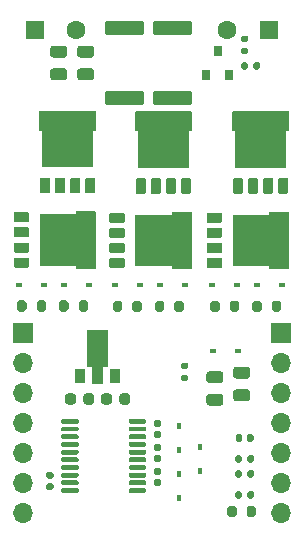
<source format=gbr>
%TF.GenerationSoftware,KiCad,Pcbnew,(5.1.9)-1*%
%TF.CreationDate,2021-11-17T21:41:55-08:00*%
%TF.ProjectId,MCL-102 Bridge,4d434c2d-3130-4322-9042-72696467652e,rev?*%
%TF.SameCoordinates,Original*%
%TF.FileFunction,Soldermask,Top*%
%TF.FilePolarity,Negative*%
%FSLAX46Y46*%
G04 Gerber Fmt 4.6, Leading zero omitted, Abs format (unit mm)*
G04 Created by KiCad (PCBNEW (5.1.9)-1) date 2021-11-17 21:41:55*
%MOMM*%
%LPD*%
G01*
G04 APERTURE LIST*
%ADD10R,1.600000X1.600000*%
%ADD11C,1.600000*%
%ADD12O,1.700000X1.700000*%
%ADD13R,1.700000X1.700000*%
%ADD14C,0.100000*%
%ADD15R,0.600000X0.450000*%
%ADD16R,0.800000X0.900000*%
%ADD17R,0.900000X1.300000*%
%ADD18R,0.450000X0.600000*%
G04 APERTURE END LIST*
%TO.C,C15*%
G36*
G01*
X144584400Y-115131000D02*
X145534400Y-115131000D01*
G75*
G02*
X145784400Y-115381000I0J-250000D01*
G01*
X145784400Y-115881000D01*
G75*
G02*
X145534400Y-116131000I-250000J0D01*
G01*
X144584400Y-116131000D01*
G75*
G02*
X144334400Y-115881000I0J250000D01*
G01*
X144334400Y-115381000D01*
G75*
G02*
X144584400Y-115131000I250000J0D01*
G01*
G37*
G36*
G01*
X144584400Y-113231000D02*
X145534400Y-113231000D01*
G75*
G02*
X145784400Y-113481000I0J-250000D01*
G01*
X145784400Y-113981000D01*
G75*
G02*
X145534400Y-114231000I-250000J0D01*
G01*
X144584400Y-114231000D01*
G75*
G02*
X144334400Y-113981000I0J250000D01*
G01*
X144334400Y-113481000D01*
G75*
G02*
X144584400Y-113231000I250000J0D01*
G01*
G37*
%TD*%
%TO.C,C5*%
G36*
G01*
X146845000Y-114750000D02*
X147795000Y-114750000D01*
G75*
G02*
X148045000Y-115000000I0J-250000D01*
G01*
X148045000Y-115500000D01*
G75*
G02*
X147795000Y-115750000I-250000J0D01*
G01*
X146845000Y-115750000D01*
G75*
G02*
X146595000Y-115500000I0J250000D01*
G01*
X146595000Y-115000000D01*
G75*
G02*
X146845000Y-114750000I250000J0D01*
G01*
G37*
G36*
G01*
X146845000Y-112850000D02*
X147795000Y-112850000D01*
G75*
G02*
X148045000Y-113100000I0J-250000D01*
G01*
X148045000Y-113600000D01*
G75*
G02*
X147795000Y-113850000I-250000J0D01*
G01*
X146845000Y-113850000D01*
G75*
G02*
X146595000Y-113600000I0J250000D01*
G01*
X146595000Y-113100000D01*
G75*
G02*
X146845000Y-112850000I250000J0D01*
G01*
G37*
%TD*%
%TO.C,C16*%
G36*
G01*
X132301000Y-86672000D02*
X131351000Y-86672000D01*
G75*
G02*
X131101000Y-86422000I0J250000D01*
G01*
X131101000Y-85922000D01*
G75*
G02*
X131351000Y-85672000I250000J0D01*
G01*
X132301000Y-85672000D01*
G75*
G02*
X132551000Y-85922000I0J-250000D01*
G01*
X132551000Y-86422000D01*
G75*
G02*
X132301000Y-86672000I-250000J0D01*
G01*
G37*
G36*
G01*
X132301000Y-88572000D02*
X131351000Y-88572000D01*
G75*
G02*
X131101000Y-88322000I0J250000D01*
G01*
X131101000Y-87822000D01*
G75*
G02*
X131351000Y-87572000I250000J0D01*
G01*
X132301000Y-87572000D01*
G75*
G02*
X132551000Y-87822000I0J-250000D01*
G01*
X132551000Y-88322000D01*
G75*
G02*
X132301000Y-88572000I-250000J0D01*
G01*
G37*
%TD*%
%TO.C,C14*%
G36*
G01*
X134587000Y-86672000D02*
X133637000Y-86672000D01*
G75*
G02*
X133387000Y-86422000I0J250000D01*
G01*
X133387000Y-85922000D01*
G75*
G02*
X133637000Y-85672000I250000J0D01*
G01*
X134587000Y-85672000D01*
G75*
G02*
X134837000Y-85922000I0J-250000D01*
G01*
X134837000Y-86422000D01*
G75*
G02*
X134587000Y-86672000I-250000J0D01*
G01*
G37*
G36*
G01*
X134587000Y-88572000D02*
X133637000Y-88572000D01*
G75*
G02*
X133387000Y-88322000I0J250000D01*
G01*
X133387000Y-87822000D01*
G75*
G02*
X133637000Y-87572000I250000J0D01*
G01*
X134587000Y-87572000D01*
G75*
G02*
X134837000Y-87822000I0J-250000D01*
G01*
X134837000Y-88322000D01*
G75*
G02*
X134587000Y-88572000I-250000J0D01*
G01*
G37*
%TD*%
D10*
%TO.C,C13*%
X149606000Y-84328000D03*
D11*
X146106000Y-84328000D03*
%TD*%
%TO.C,C1*%
X133294000Y-84328000D03*
D10*
X129794000Y-84328000D03*
%TD*%
D12*
%TO.C,J1*%
X128778000Y-125222000D03*
X128778000Y-122682000D03*
X128778000Y-120142000D03*
X128778000Y-117602000D03*
X128778000Y-115062000D03*
X128778000Y-112522000D03*
D13*
X128778000Y-109982000D03*
%TD*%
D12*
%TO.C,IO1*%
X150622000Y-125222000D03*
X150622000Y-122682000D03*
X150622000Y-120142000D03*
X150622000Y-117602000D03*
X150622000Y-115062000D03*
X150622000Y-112522000D03*
D13*
X150622000Y-109982000D03*
%TD*%
%TO.C,U3*%
G36*
G01*
X137761000Y-117571000D02*
X137761000Y-117371000D01*
G75*
G02*
X137861000Y-117271000I100000J0D01*
G01*
X139136000Y-117271000D01*
G75*
G02*
X139236000Y-117371000I0J-100000D01*
G01*
X139236000Y-117571000D01*
G75*
G02*
X139136000Y-117671000I-100000J0D01*
G01*
X137861000Y-117671000D01*
G75*
G02*
X137761000Y-117571000I0J100000D01*
G01*
G37*
G36*
G01*
X137761000Y-118221000D02*
X137761000Y-118021000D01*
G75*
G02*
X137861000Y-117921000I100000J0D01*
G01*
X139136000Y-117921000D01*
G75*
G02*
X139236000Y-118021000I0J-100000D01*
G01*
X139236000Y-118221000D01*
G75*
G02*
X139136000Y-118321000I-100000J0D01*
G01*
X137861000Y-118321000D01*
G75*
G02*
X137761000Y-118221000I0J100000D01*
G01*
G37*
G36*
G01*
X137761000Y-118871000D02*
X137761000Y-118671000D01*
G75*
G02*
X137861000Y-118571000I100000J0D01*
G01*
X139136000Y-118571000D01*
G75*
G02*
X139236000Y-118671000I0J-100000D01*
G01*
X139236000Y-118871000D01*
G75*
G02*
X139136000Y-118971000I-100000J0D01*
G01*
X137861000Y-118971000D01*
G75*
G02*
X137761000Y-118871000I0J100000D01*
G01*
G37*
G36*
G01*
X137761000Y-119521000D02*
X137761000Y-119321000D01*
G75*
G02*
X137861000Y-119221000I100000J0D01*
G01*
X139136000Y-119221000D01*
G75*
G02*
X139236000Y-119321000I0J-100000D01*
G01*
X139236000Y-119521000D01*
G75*
G02*
X139136000Y-119621000I-100000J0D01*
G01*
X137861000Y-119621000D01*
G75*
G02*
X137761000Y-119521000I0J100000D01*
G01*
G37*
G36*
G01*
X137761000Y-120171000D02*
X137761000Y-119971000D01*
G75*
G02*
X137861000Y-119871000I100000J0D01*
G01*
X139136000Y-119871000D01*
G75*
G02*
X139236000Y-119971000I0J-100000D01*
G01*
X139236000Y-120171000D01*
G75*
G02*
X139136000Y-120271000I-100000J0D01*
G01*
X137861000Y-120271000D01*
G75*
G02*
X137761000Y-120171000I0J100000D01*
G01*
G37*
G36*
G01*
X137761000Y-120821000D02*
X137761000Y-120621000D01*
G75*
G02*
X137861000Y-120521000I100000J0D01*
G01*
X139136000Y-120521000D01*
G75*
G02*
X139236000Y-120621000I0J-100000D01*
G01*
X139236000Y-120821000D01*
G75*
G02*
X139136000Y-120921000I-100000J0D01*
G01*
X137861000Y-120921000D01*
G75*
G02*
X137761000Y-120821000I0J100000D01*
G01*
G37*
G36*
G01*
X137761000Y-121471000D02*
X137761000Y-121271000D01*
G75*
G02*
X137861000Y-121171000I100000J0D01*
G01*
X139136000Y-121171000D01*
G75*
G02*
X139236000Y-121271000I0J-100000D01*
G01*
X139236000Y-121471000D01*
G75*
G02*
X139136000Y-121571000I-100000J0D01*
G01*
X137861000Y-121571000D01*
G75*
G02*
X137761000Y-121471000I0J100000D01*
G01*
G37*
G36*
G01*
X137761000Y-122121000D02*
X137761000Y-121921000D01*
G75*
G02*
X137861000Y-121821000I100000J0D01*
G01*
X139136000Y-121821000D01*
G75*
G02*
X139236000Y-121921000I0J-100000D01*
G01*
X139236000Y-122121000D01*
G75*
G02*
X139136000Y-122221000I-100000J0D01*
G01*
X137861000Y-122221000D01*
G75*
G02*
X137761000Y-122121000I0J100000D01*
G01*
G37*
G36*
G01*
X137761000Y-122771000D02*
X137761000Y-122571000D01*
G75*
G02*
X137861000Y-122471000I100000J0D01*
G01*
X139136000Y-122471000D01*
G75*
G02*
X139236000Y-122571000I0J-100000D01*
G01*
X139236000Y-122771000D01*
G75*
G02*
X139136000Y-122871000I-100000J0D01*
G01*
X137861000Y-122871000D01*
G75*
G02*
X137761000Y-122771000I0J100000D01*
G01*
G37*
G36*
G01*
X137761000Y-123421000D02*
X137761000Y-123221000D01*
G75*
G02*
X137861000Y-123121000I100000J0D01*
G01*
X139136000Y-123121000D01*
G75*
G02*
X139236000Y-123221000I0J-100000D01*
G01*
X139236000Y-123421000D01*
G75*
G02*
X139136000Y-123521000I-100000J0D01*
G01*
X137861000Y-123521000D01*
G75*
G02*
X137761000Y-123421000I0J100000D01*
G01*
G37*
G36*
G01*
X132036000Y-123421000D02*
X132036000Y-123221000D01*
G75*
G02*
X132136000Y-123121000I100000J0D01*
G01*
X133411000Y-123121000D01*
G75*
G02*
X133511000Y-123221000I0J-100000D01*
G01*
X133511000Y-123421000D01*
G75*
G02*
X133411000Y-123521000I-100000J0D01*
G01*
X132136000Y-123521000D01*
G75*
G02*
X132036000Y-123421000I0J100000D01*
G01*
G37*
G36*
G01*
X132036000Y-122771000D02*
X132036000Y-122571000D01*
G75*
G02*
X132136000Y-122471000I100000J0D01*
G01*
X133411000Y-122471000D01*
G75*
G02*
X133511000Y-122571000I0J-100000D01*
G01*
X133511000Y-122771000D01*
G75*
G02*
X133411000Y-122871000I-100000J0D01*
G01*
X132136000Y-122871000D01*
G75*
G02*
X132036000Y-122771000I0J100000D01*
G01*
G37*
G36*
G01*
X132036000Y-122121000D02*
X132036000Y-121921000D01*
G75*
G02*
X132136000Y-121821000I100000J0D01*
G01*
X133411000Y-121821000D01*
G75*
G02*
X133511000Y-121921000I0J-100000D01*
G01*
X133511000Y-122121000D01*
G75*
G02*
X133411000Y-122221000I-100000J0D01*
G01*
X132136000Y-122221000D01*
G75*
G02*
X132036000Y-122121000I0J100000D01*
G01*
G37*
G36*
G01*
X132036000Y-121471000D02*
X132036000Y-121271000D01*
G75*
G02*
X132136000Y-121171000I100000J0D01*
G01*
X133411000Y-121171000D01*
G75*
G02*
X133511000Y-121271000I0J-100000D01*
G01*
X133511000Y-121471000D01*
G75*
G02*
X133411000Y-121571000I-100000J0D01*
G01*
X132136000Y-121571000D01*
G75*
G02*
X132036000Y-121471000I0J100000D01*
G01*
G37*
G36*
G01*
X132036000Y-120821000D02*
X132036000Y-120621000D01*
G75*
G02*
X132136000Y-120521000I100000J0D01*
G01*
X133411000Y-120521000D01*
G75*
G02*
X133511000Y-120621000I0J-100000D01*
G01*
X133511000Y-120821000D01*
G75*
G02*
X133411000Y-120921000I-100000J0D01*
G01*
X132136000Y-120921000D01*
G75*
G02*
X132036000Y-120821000I0J100000D01*
G01*
G37*
G36*
G01*
X132036000Y-120171000D02*
X132036000Y-119971000D01*
G75*
G02*
X132136000Y-119871000I100000J0D01*
G01*
X133411000Y-119871000D01*
G75*
G02*
X133511000Y-119971000I0J-100000D01*
G01*
X133511000Y-120171000D01*
G75*
G02*
X133411000Y-120271000I-100000J0D01*
G01*
X132136000Y-120271000D01*
G75*
G02*
X132036000Y-120171000I0J100000D01*
G01*
G37*
G36*
G01*
X132036000Y-119521000D02*
X132036000Y-119321000D01*
G75*
G02*
X132136000Y-119221000I100000J0D01*
G01*
X133411000Y-119221000D01*
G75*
G02*
X133511000Y-119321000I0J-100000D01*
G01*
X133511000Y-119521000D01*
G75*
G02*
X133411000Y-119621000I-100000J0D01*
G01*
X132136000Y-119621000D01*
G75*
G02*
X132036000Y-119521000I0J100000D01*
G01*
G37*
G36*
G01*
X132036000Y-118871000D02*
X132036000Y-118671000D01*
G75*
G02*
X132136000Y-118571000I100000J0D01*
G01*
X133411000Y-118571000D01*
G75*
G02*
X133511000Y-118671000I0J-100000D01*
G01*
X133511000Y-118871000D01*
G75*
G02*
X133411000Y-118971000I-100000J0D01*
G01*
X132136000Y-118971000D01*
G75*
G02*
X132036000Y-118871000I0J100000D01*
G01*
G37*
G36*
G01*
X132036000Y-118221000D02*
X132036000Y-118021000D01*
G75*
G02*
X132136000Y-117921000I100000J0D01*
G01*
X133411000Y-117921000D01*
G75*
G02*
X133511000Y-118021000I0J-100000D01*
G01*
X133511000Y-118221000D01*
G75*
G02*
X133411000Y-118321000I-100000J0D01*
G01*
X132136000Y-118321000D01*
G75*
G02*
X132036000Y-118221000I0J100000D01*
G01*
G37*
G36*
G01*
X132036000Y-117571000D02*
X132036000Y-117371000D01*
G75*
G02*
X132136000Y-117271000I100000J0D01*
G01*
X133411000Y-117271000D01*
G75*
G02*
X133511000Y-117371000I0J-100000D01*
G01*
X133511000Y-117571000D01*
G75*
G02*
X133411000Y-117671000I-100000J0D01*
G01*
X132136000Y-117671000D01*
G75*
G02*
X132036000Y-117571000I0J100000D01*
G01*
G37*
%TD*%
%TO.C,TH1*%
G36*
G01*
X146895000Y-124820000D02*
X146895000Y-125370000D01*
G75*
G02*
X146695000Y-125570000I-200000J0D01*
G01*
X146295000Y-125570000D01*
G75*
G02*
X146095000Y-125370000I0J200000D01*
G01*
X146095000Y-124820000D01*
G75*
G02*
X146295000Y-124620000I200000J0D01*
G01*
X146695000Y-124620000D01*
G75*
G02*
X146895000Y-124820000I0J-200000D01*
G01*
G37*
G36*
G01*
X148545000Y-124820000D02*
X148545000Y-125370000D01*
G75*
G02*
X148345000Y-125570000I-200000J0D01*
G01*
X147945000Y-125570000D01*
G75*
G02*
X147745000Y-125370000I0J200000D01*
G01*
X147745000Y-124820000D01*
G75*
G02*
X147945000Y-124620000I200000J0D01*
G01*
X148345000Y-124620000D01*
G75*
G02*
X148545000Y-124820000I0J-200000D01*
G01*
G37*
%TD*%
%TO.C,R12*%
G36*
G01*
X129115000Y-107421000D02*
X129115000Y-107971000D01*
G75*
G02*
X128915000Y-108171000I-200000J0D01*
G01*
X128515000Y-108171000D01*
G75*
G02*
X128315000Y-107971000I0J200000D01*
G01*
X128315000Y-107421000D01*
G75*
G02*
X128515000Y-107221000I200000J0D01*
G01*
X128915000Y-107221000D01*
G75*
G02*
X129115000Y-107421000I0J-200000D01*
G01*
G37*
G36*
G01*
X130765000Y-107421000D02*
X130765000Y-107971000D01*
G75*
G02*
X130565000Y-108171000I-200000J0D01*
G01*
X130165000Y-108171000D01*
G75*
G02*
X129965000Y-107971000I0J200000D01*
G01*
X129965000Y-107421000D01*
G75*
G02*
X130165000Y-107221000I200000J0D01*
G01*
X130565000Y-107221000D01*
G75*
G02*
X130765000Y-107421000I0J-200000D01*
G01*
G37*
%TD*%
%TO.C,R11*%
G36*
G01*
X133521000Y-107971000D02*
X133521000Y-107421000D01*
G75*
G02*
X133721000Y-107221000I200000J0D01*
G01*
X134121000Y-107221000D01*
G75*
G02*
X134321000Y-107421000I0J-200000D01*
G01*
X134321000Y-107971000D01*
G75*
G02*
X134121000Y-108171000I-200000J0D01*
G01*
X133721000Y-108171000D01*
G75*
G02*
X133521000Y-107971000I0J200000D01*
G01*
G37*
G36*
G01*
X131871000Y-107971000D02*
X131871000Y-107421000D01*
G75*
G02*
X132071000Y-107221000I200000J0D01*
G01*
X132471000Y-107221000D01*
G75*
G02*
X132671000Y-107421000I0J-200000D01*
G01*
X132671000Y-107971000D01*
G75*
G02*
X132471000Y-108171000I-200000J0D01*
G01*
X132071000Y-108171000D01*
G75*
G02*
X131871000Y-107971000I0J200000D01*
G01*
G37*
%TD*%
D14*
%TO.C,Q6*%
G36*
X151275656Y-99719345D02*
G01*
X151288788Y-99723328D01*
X151300890Y-99729797D01*
X151311497Y-99738503D01*
X151320203Y-99749110D01*
X151326672Y-99761212D01*
X151330655Y-99774344D01*
X151332000Y-99788000D01*
X151332000Y-104488000D01*
X151330655Y-104501656D01*
X151326672Y-104514788D01*
X151320203Y-104526890D01*
X151311497Y-104537497D01*
X151300890Y-104546203D01*
X151288788Y-104552672D01*
X151275656Y-104556655D01*
X151262000Y-104558000D01*
X149712000Y-104558000D01*
X149698344Y-104556655D01*
X149685212Y-104552672D01*
X149673110Y-104546203D01*
X149662503Y-104537497D01*
X149653797Y-104526890D01*
X149647328Y-104514788D01*
X149643345Y-104501656D01*
X149642000Y-104488000D01*
X149642000Y-104308000D01*
X146637000Y-104308000D01*
X146623344Y-104306655D01*
X146610212Y-104302672D01*
X146598110Y-104296203D01*
X146587503Y-104287497D01*
X146578797Y-104276890D01*
X146572328Y-104264788D01*
X146568345Y-104251656D01*
X146567000Y-104238000D01*
X146567000Y-100038000D01*
X146568345Y-100024344D01*
X146572328Y-100011212D01*
X146578797Y-99999110D01*
X146587503Y-99988503D01*
X146598110Y-99979797D01*
X146610212Y-99973328D01*
X146623344Y-99969345D01*
X146637000Y-99968000D01*
X149642000Y-99968000D01*
X149642000Y-99788000D01*
X149643345Y-99774344D01*
X149647328Y-99761212D01*
X149653797Y-99749110D01*
X149662503Y-99738503D01*
X149673110Y-99729797D01*
X149685212Y-99723328D01*
X149698344Y-99719345D01*
X149712000Y-99718000D01*
X151262000Y-99718000D01*
X151275656Y-99719345D01*
G37*
G36*
G01*
X144442000Y-103628000D02*
X145592000Y-103628000D01*
G75*
G02*
X145662000Y-103698000I0J-70000D01*
G01*
X145662000Y-104398000D01*
G75*
G02*
X145592000Y-104468000I-70000J0D01*
G01*
X144442000Y-104468000D01*
G75*
G02*
X144372000Y-104398000I0J70000D01*
G01*
X144372000Y-103698000D01*
G75*
G02*
X144442000Y-103628000I70000J0D01*
G01*
G37*
G36*
G01*
X144442000Y-102358000D02*
X145592000Y-102358000D01*
G75*
G02*
X145662000Y-102428000I0J-70000D01*
G01*
X145662000Y-103128000D01*
G75*
G02*
X145592000Y-103198000I-70000J0D01*
G01*
X144442000Y-103198000D01*
G75*
G02*
X144372000Y-103128000I0J70000D01*
G01*
X144372000Y-102428000D01*
G75*
G02*
X144442000Y-102358000I70000J0D01*
G01*
G37*
G36*
G01*
X144442000Y-99808000D02*
X145592000Y-99808000D01*
G75*
G02*
X145662000Y-99878000I0J-70000D01*
G01*
X145662000Y-100578000D01*
G75*
G02*
X145592000Y-100648000I-70000J0D01*
G01*
X144442000Y-100648000D01*
G75*
G02*
X144372000Y-100578000I0J70000D01*
G01*
X144372000Y-99878000D01*
G75*
G02*
X144442000Y-99808000I70000J0D01*
G01*
G37*
G36*
G01*
X144442000Y-101078000D02*
X145592000Y-101078000D01*
G75*
G02*
X145662000Y-101148000I0J-70000D01*
G01*
X145662000Y-101848000D01*
G75*
G02*
X145592000Y-101918000I-70000J0D01*
G01*
X144442000Y-101918000D01*
G75*
G02*
X144372000Y-101848000I0J70000D01*
G01*
X144372000Y-101148000D01*
G75*
G02*
X144442000Y-101078000I70000J0D01*
G01*
G37*
%TD*%
%TO.C,Q5*%
G36*
X146517345Y-91275344D02*
G01*
X146521328Y-91262212D01*
X146527797Y-91250110D01*
X146536503Y-91239503D01*
X146547110Y-91230797D01*
X146559212Y-91224328D01*
X146572344Y-91220345D01*
X146586000Y-91219000D01*
X151286000Y-91219000D01*
X151299656Y-91220345D01*
X151312788Y-91224328D01*
X151324890Y-91230797D01*
X151335497Y-91239503D01*
X151344203Y-91250110D01*
X151350672Y-91262212D01*
X151354655Y-91275344D01*
X151356000Y-91289000D01*
X151356000Y-92839000D01*
X151354655Y-92852656D01*
X151350672Y-92865788D01*
X151344203Y-92877890D01*
X151335497Y-92888497D01*
X151324890Y-92897203D01*
X151312788Y-92903672D01*
X151299656Y-92907655D01*
X151286000Y-92909000D01*
X151106000Y-92909000D01*
X151106000Y-95914000D01*
X151104655Y-95927656D01*
X151100672Y-95940788D01*
X151094203Y-95952890D01*
X151085497Y-95963497D01*
X151074890Y-95972203D01*
X151062788Y-95978672D01*
X151049656Y-95982655D01*
X151036000Y-95984000D01*
X146836000Y-95984000D01*
X146822344Y-95982655D01*
X146809212Y-95978672D01*
X146797110Y-95972203D01*
X146786503Y-95963497D01*
X146777797Y-95952890D01*
X146771328Y-95940788D01*
X146767345Y-95927656D01*
X146766000Y-95914000D01*
X146766000Y-92909000D01*
X146586000Y-92909000D01*
X146572344Y-92907655D01*
X146559212Y-92903672D01*
X146547110Y-92897203D01*
X146536503Y-92888497D01*
X146527797Y-92877890D01*
X146521328Y-92865788D01*
X146517345Y-92852656D01*
X146516000Y-92839000D01*
X146516000Y-91289000D01*
X146517345Y-91275344D01*
G37*
G36*
G01*
X150426000Y-98109000D02*
X150426000Y-96959000D01*
G75*
G02*
X150496000Y-96889000I70000J0D01*
G01*
X151196000Y-96889000D01*
G75*
G02*
X151266000Y-96959000I0J-70000D01*
G01*
X151266000Y-98109000D01*
G75*
G02*
X151196000Y-98179000I-70000J0D01*
G01*
X150496000Y-98179000D01*
G75*
G02*
X150426000Y-98109000I0J70000D01*
G01*
G37*
G36*
G01*
X149156000Y-98109000D02*
X149156000Y-96959000D01*
G75*
G02*
X149226000Y-96889000I70000J0D01*
G01*
X149926000Y-96889000D01*
G75*
G02*
X149996000Y-96959000I0J-70000D01*
G01*
X149996000Y-98109000D01*
G75*
G02*
X149926000Y-98179000I-70000J0D01*
G01*
X149226000Y-98179000D01*
G75*
G02*
X149156000Y-98109000I0J70000D01*
G01*
G37*
G36*
G01*
X146606000Y-98109000D02*
X146606000Y-96959000D01*
G75*
G02*
X146676000Y-96889000I70000J0D01*
G01*
X147376000Y-96889000D01*
G75*
G02*
X147446000Y-96959000I0J-70000D01*
G01*
X147446000Y-98109000D01*
G75*
G02*
X147376000Y-98179000I-70000J0D01*
G01*
X146676000Y-98179000D01*
G75*
G02*
X146606000Y-98109000I0J70000D01*
G01*
G37*
G36*
G01*
X147876000Y-98109000D02*
X147876000Y-96959000D01*
G75*
G02*
X147946000Y-96889000I70000J0D01*
G01*
X148646000Y-96889000D01*
G75*
G02*
X148716000Y-96959000I0J-70000D01*
G01*
X148716000Y-98109000D01*
G75*
G02*
X148646000Y-98179000I-70000J0D01*
G01*
X147946000Y-98179000D01*
G75*
G02*
X147876000Y-98109000I0J70000D01*
G01*
G37*
%TD*%
%TO.C,Q4*%
G36*
X134927656Y-99689345D02*
G01*
X134940788Y-99693328D01*
X134952890Y-99699797D01*
X134963497Y-99708503D01*
X134972203Y-99719110D01*
X134978672Y-99731212D01*
X134982655Y-99744344D01*
X134984000Y-99758000D01*
X134984000Y-104458000D01*
X134982655Y-104471656D01*
X134978672Y-104484788D01*
X134972203Y-104496890D01*
X134963497Y-104507497D01*
X134952890Y-104516203D01*
X134940788Y-104522672D01*
X134927656Y-104526655D01*
X134914000Y-104528000D01*
X133364000Y-104528000D01*
X133350344Y-104526655D01*
X133337212Y-104522672D01*
X133325110Y-104516203D01*
X133314503Y-104507497D01*
X133305797Y-104496890D01*
X133299328Y-104484788D01*
X133295345Y-104471656D01*
X133294000Y-104458000D01*
X133294000Y-104278000D01*
X130289000Y-104278000D01*
X130275344Y-104276655D01*
X130262212Y-104272672D01*
X130250110Y-104266203D01*
X130239503Y-104257497D01*
X130230797Y-104246890D01*
X130224328Y-104234788D01*
X130220345Y-104221656D01*
X130219000Y-104208000D01*
X130219000Y-100008000D01*
X130220345Y-99994344D01*
X130224328Y-99981212D01*
X130230797Y-99969110D01*
X130239503Y-99958503D01*
X130250110Y-99949797D01*
X130262212Y-99943328D01*
X130275344Y-99939345D01*
X130289000Y-99938000D01*
X133294000Y-99938000D01*
X133294000Y-99758000D01*
X133295345Y-99744344D01*
X133299328Y-99731212D01*
X133305797Y-99719110D01*
X133314503Y-99708503D01*
X133325110Y-99699797D01*
X133337212Y-99693328D01*
X133350344Y-99689345D01*
X133364000Y-99688000D01*
X134914000Y-99688000D01*
X134927656Y-99689345D01*
G37*
G36*
G01*
X128094000Y-103598000D02*
X129244000Y-103598000D01*
G75*
G02*
X129314000Y-103668000I0J-70000D01*
G01*
X129314000Y-104368000D01*
G75*
G02*
X129244000Y-104438000I-70000J0D01*
G01*
X128094000Y-104438000D01*
G75*
G02*
X128024000Y-104368000I0J70000D01*
G01*
X128024000Y-103668000D01*
G75*
G02*
X128094000Y-103598000I70000J0D01*
G01*
G37*
G36*
G01*
X128094000Y-102328000D02*
X129244000Y-102328000D01*
G75*
G02*
X129314000Y-102398000I0J-70000D01*
G01*
X129314000Y-103098000D01*
G75*
G02*
X129244000Y-103168000I-70000J0D01*
G01*
X128094000Y-103168000D01*
G75*
G02*
X128024000Y-103098000I0J70000D01*
G01*
X128024000Y-102398000D01*
G75*
G02*
X128094000Y-102328000I70000J0D01*
G01*
G37*
G36*
G01*
X128094000Y-99778000D02*
X129244000Y-99778000D01*
G75*
G02*
X129314000Y-99848000I0J-70000D01*
G01*
X129314000Y-100548000D01*
G75*
G02*
X129244000Y-100618000I-70000J0D01*
G01*
X128094000Y-100618000D01*
G75*
G02*
X128024000Y-100548000I0J70000D01*
G01*
X128024000Y-99848000D01*
G75*
G02*
X128094000Y-99778000I70000J0D01*
G01*
G37*
G36*
G01*
X128094000Y-101048000D02*
X129244000Y-101048000D01*
G75*
G02*
X129314000Y-101118000I0J-70000D01*
G01*
X129314000Y-101818000D01*
G75*
G02*
X129244000Y-101888000I-70000J0D01*
G01*
X128094000Y-101888000D01*
G75*
G02*
X128024000Y-101818000I0J70000D01*
G01*
X128024000Y-101118000D01*
G75*
G02*
X128094000Y-101048000I70000J0D01*
G01*
G37*
%TD*%
%TO.C,Q3*%
G36*
X130169345Y-91245344D02*
G01*
X130173328Y-91232212D01*
X130179797Y-91220110D01*
X130188503Y-91209503D01*
X130199110Y-91200797D01*
X130211212Y-91194328D01*
X130224344Y-91190345D01*
X130238000Y-91189000D01*
X134938000Y-91189000D01*
X134951656Y-91190345D01*
X134964788Y-91194328D01*
X134976890Y-91200797D01*
X134987497Y-91209503D01*
X134996203Y-91220110D01*
X135002672Y-91232212D01*
X135006655Y-91245344D01*
X135008000Y-91259000D01*
X135008000Y-92809000D01*
X135006655Y-92822656D01*
X135002672Y-92835788D01*
X134996203Y-92847890D01*
X134987497Y-92858497D01*
X134976890Y-92867203D01*
X134964788Y-92873672D01*
X134951656Y-92877655D01*
X134938000Y-92879000D01*
X134758000Y-92879000D01*
X134758000Y-95884000D01*
X134756655Y-95897656D01*
X134752672Y-95910788D01*
X134746203Y-95922890D01*
X134737497Y-95933497D01*
X134726890Y-95942203D01*
X134714788Y-95948672D01*
X134701656Y-95952655D01*
X134688000Y-95954000D01*
X130488000Y-95954000D01*
X130474344Y-95952655D01*
X130461212Y-95948672D01*
X130449110Y-95942203D01*
X130438503Y-95933497D01*
X130429797Y-95922890D01*
X130423328Y-95910788D01*
X130419345Y-95897656D01*
X130418000Y-95884000D01*
X130418000Y-92879000D01*
X130238000Y-92879000D01*
X130224344Y-92877655D01*
X130211212Y-92873672D01*
X130199110Y-92867203D01*
X130188503Y-92858497D01*
X130179797Y-92847890D01*
X130173328Y-92835788D01*
X130169345Y-92822656D01*
X130168000Y-92809000D01*
X130168000Y-91259000D01*
X130169345Y-91245344D01*
G37*
G36*
G01*
X134078000Y-98079000D02*
X134078000Y-96929000D01*
G75*
G02*
X134148000Y-96859000I70000J0D01*
G01*
X134848000Y-96859000D01*
G75*
G02*
X134918000Y-96929000I0J-70000D01*
G01*
X134918000Y-98079000D01*
G75*
G02*
X134848000Y-98149000I-70000J0D01*
G01*
X134148000Y-98149000D01*
G75*
G02*
X134078000Y-98079000I0J70000D01*
G01*
G37*
G36*
G01*
X132808000Y-98079000D02*
X132808000Y-96929000D01*
G75*
G02*
X132878000Y-96859000I70000J0D01*
G01*
X133578000Y-96859000D01*
G75*
G02*
X133648000Y-96929000I0J-70000D01*
G01*
X133648000Y-98079000D01*
G75*
G02*
X133578000Y-98149000I-70000J0D01*
G01*
X132878000Y-98149000D01*
G75*
G02*
X132808000Y-98079000I0J70000D01*
G01*
G37*
G36*
G01*
X130258000Y-98079000D02*
X130258000Y-96929000D01*
G75*
G02*
X130328000Y-96859000I70000J0D01*
G01*
X131028000Y-96859000D01*
G75*
G02*
X131098000Y-96929000I0J-70000D01*
G01*
X131098000Y-98079000D01*
G75*
G02*
X131028000Y-98149000I-70000J0D01*
G01*
X130328000Y-98149000D01*
G75*
G02*
X130258000Y-98079000I0J70000D01*
G01*
G37*
G36*
G01*
X131528000Y-98079000D02*
X131528000Y-96929000D01*
G75*
G02*
X131598000Y-96859000I70000J0D01*
G01*
X132298000Y-96859000D01*
G75*
G02*
X132368000Y-96929000I0J-70000D01*
G01*
X132368000Y-98079000D01*
G75*
G02*
X132298000Y-98149000I-70000J0D01*
G01*
X131598000Y-98149000D01*
G75*
G02*
X131528000Y-98079000I0J70000D01*
G01*
G37*
%TD*%
%TO.C,Q2*%
G36*
X143029656Y-99729345D02*
G01*
X143042788Y-99733328D01*
X143054890Y-99739797D01*
X143065497Y-99748503D01*
X143074203Y-99759110D01*
X143080672Y-99771212D01*
X143084655Y-99784344D01*
X143086000Y-99798000D01*
X143086000Y-104498000D01*
X143084655Y-104511656D01*
X143080672Y-104524788D01*
X143074203Y-104536890D01*
X143065497Y-104547497D01*
X143054890Y-104556203D01*
X143042788Y-104562672D01*
X143029656Y-104566655D01*
X143016000Y-104568000D01*
X141466000Y-104568000D01*
X141452344Y-104566655D01*
X141439212Y-104562672D01*
X141427110Y-104556203D01*
X141416503Y-104547497D01*
X141407797Y-104536890D01*
X141401328Y-104524788D01*
X141397345Y-104511656D01*
X141396000Y-104498000D01*
X141396000Y-104318000D01*
X138391000Y-104318000D01*
X138377344Y-104316655D01*
X138364212Y-104312672D01*
X138352110Y-104306203D01*
X138341503Y-104297497D01*
X138332797Y-104286890D01*
X138326328Y-104274788D01*
X138322345Y-104261656D01*
X138321000Y-104248000D01*
X138321000Y-100048000D01*
X138322345Y-100034344D01*
X138326328Y-100021212D01*
X138332797Y-100009110D01*
X138341503Y-99998503D01*
X138352110Y-99989797D01*
X138364212Y-99983328D01*
X138377344Y-99979345D01*
X138391000Y-99978000D01*
X141396000Y-99978000D01*
X141396000Y-99798000D01*
X141397345Y-99784344D01*
X141401328Y-99771212D01*
X141407797Y-99759110D01*
X141416503Y-99748503D01*
X141427110Y-99739797D01*
X141439212Y-99733328D01*
X141452344Y-99729345D01*
X141466000Y-99728000D01*
X143016000Y-99728000D01*
X143029656Y-99729345D01*
G37*
G36*
G01*
X136196000Y-103638000D02*
X137346000Y-103638000D01*
G75*
G02*
X137416000Y-103708000I0J-70000D01*
G01*
X137416000Y-104408000D01*
G75*
G02*
X137346000Y-104478000I-70000J0D01*
G01*
X136196000Y-104478000D01*
G75*
G02*
X136126000Y-104408000I0J70000D01*
G01*
X136126000Y-103708000D01*
G75*
G02*
X136196000Y-103638000I70000J0D01*
G01*
G37*
G36*
G01*
X136196000Y-102368000D02*
X137346000Y-102368000D01*
G75*
G02*
X137416000Y-102438000I0J-70000D01*
G01*
X137416000Y-103138000D01*
G75*
G02*
X137346000Y-103208000I-70000J0D01*
G01*
X136196000Y-103208000D01*
G75*
G02*
X136126000Y-103138000I0J70000D01*
G01*
X136126000Y-102438000D01*
G75*
G02*
X136196000Y-102368000I70000J0D01*
G01*
G37*
G36*
G01*
X136196000Y-99818000D02*
X137346000Y-99818000D01*
G75*
G02*
X137416000Y-99888000I0J-70000D01*
G01*
X137416000Y-100588000D01*
G75*
G02*
X137346000Y-100658000I-70000J0D01*
G01*
X136196000Y-100658000D01*
G75*
G02*
X136126000Y-100588000I0J70000D01*
G01*
X136126000Y-99888000D01*
G75*
G02*
X136196000Y-99818000I70000J0D01*
G01*
G37*
G36*
G01*
X136196000Y-101088000D02*
X137346000Y-101088000D01*
G75*
G02*
X137416000Y-101158000I0J-70000D01*
G01*
X137416000Y-101858000D01*
G75*
G02*
X137346000Y-101928000I-70000J0D01*
G01*
X136196000Y-101928000D01*
G75*
G02*
X136126000Y-101858000I0J70000D01*
G01*
X136126000Y-101158000D01*
G75*
G02*
X136196000Y-101088000I70000J0D01*
G01*
G37*
%TD*%
%TO.C,Q1*%
G36*
X138271345Y-91285344D02*
G01*
X138275328Y-91272212D01*
X138281797Y-91260110D01*
X138290503Y-91249503D01*
X138301110Y-91240797D01*
X138313212Y-91234328D01*
X138326344Y-91230345D01*
X138340000Y-91229000D01*
X143040000Y-91229000D01*
X143053656Y-91230345D01*
X143066788Y-91234328D01*
X143078890Y-91240797D01*
X143089497Y-91249503D01*
X143098203Y-91260110D01*
X143104672Y-91272212D01*
X143108655Y-91285344D01*
X143110000Y-91299000D01*
X143110000Y-92849000D01*
X143108655Y-92862656D01*
X143104672Y-92875788D01*
X143098203Y-92887890D01*
X143089497Y-92898497D01*
X143078890Y-92907203D01*
X143066788Y-92913672D01*
X143053656Y-92917655D01*
X143040000Y-92919000D01*
X142860000Y-92919000D01*
X142860000Y-95924000D01*
X142858655Y-95937656D01*
X142854672Y-95950788D01*
X142848203Y-95962890D01*
X142839497Y-95973497D01*
X142828890Y-95982203D01*
X142816788Y-95988672D01*
X142803656Y-95992655D01*
X142790000Y-95994000D01*
X138590000Y-95994000D01*
X138576344Y-95992655D01*
X138563212Y-95988672D01*
X138551110Y-95982203D01*
X138540503Y-95973497D01*
X138531797Y-95962890D01*
X138525328Y-95950788D01*
X138521345Y-95937656D01*
X138520000Y-95924000D01*
X138520000Y-92919000D01*
X138340000Y-92919000D01*
X138326344Y-92917655D01*
X138313212Y-92913672D01*
X138301110Y-92907203D01*
X138290503Y-92898497D01*
X138281797Y-92887890D01*
X138275328Y-92875788D01*
X138271345Y-92862656D01*
X138270000Y-92849000D01*
X138270000Y-91299000D01*
X138271345Y-91285344D01*
G37*
G36*
G01*
X142180000Y-98119000D02*
X142180000Y-96969000D01*
G75*
G02*
X142250000Y-96899000I70000J0D01*
G01*
X142950000Y-96899000D01*
G75*
G02*
X143020000Y-96969000I0J-70000D01*
G01*
X143020000Y-98119000D01*
G75*
G02*
X142950000Y-98189000I-70000J0D01*
G01*
X142250000Y-98189000D01*
G75*
G02*
X142180000Y-98119000I0J70000D01*
G01*
G37*
G36*
G01*
X140910000Y-98119000D02*
X140910000Y-96969000D01*
G75*
G02*
X140980000Y-96899000I70000J0D01*
G01*
X141680000Y-96899000D01*
G75*
G02*
X141750000Y-96969000I0J-70000D01*
G01*
X141750000Y-98119000D01*
G75*
G02*
X141680000Y-98189000I-70000J0D01*
G01*
X140980000Y-98189000D01*
G75*
G02*
X140910000Y-98119000I0J70000D01*
G01*
G37*
G36*
G01*
X138360000Y-98119000D02*
X138360000Y-96969000D01*
G75*
G02*
X138430000Y-96899000I70000J0D01*
G01*
X139130000Y-96899000D01*
G75*
G02*
X139200000Y-96969000I0J-70000D01*
G01*
X139200000Y-98119000D01*
G75*
G02*
X139130000Y-98189000I-70000J0D01*
G01*
X138430000Y-98189000D01*
G75*
G02*
X138360000Y-98119000I0J70000D01*
G01*
G37*
G36*
G01*
X139630000Y-98119000D02*
X139630000Y-96969000D01*
G75*
G02*
X139700000Y-96899000I70000J0D01*
G01*
X140400000Y-96899000D01*
G75*
G02*
X140470000Y-96969000I0J-70000D01*
G01*
X140470000Y-98119000D01*
G75*
G02*
X140400000Y-98189000I-70000J0D01*
G01*
X139700000Y-98189000D01*
G75*
G02*
X139630000Y-98119000I0J70000D01*
G01*
G37*
%TD*%
D15*
%TO.C,D9*%
X150748000Y-105948000D03*
X148648000Y-105948000D03*
%TD*%
%TO.C,D8*%
X128490000Y-105918000D03*
X130590000Y-105918000D03*
%TD*%
%TO.C,D7*%
X134400000Y-105918000D03*
X132300000Y-105918000D03*
%TD*%
%TO.C,D5*%
X142502000Y-105958000D03*
X140402000Y-105958000D03*
%TD*%
%TO.C,C6*%
G36*
G01*
X136327000Y-115320000D02*
X136327000Y-115820000D01*
G75*
G02*
X136102000Y-116045000I-225000J0D01*
G01*
X135652000Y-116045000D01*
G75*
G02*
X135427000Y-115820000I0J225000D01*
G01*
X135427000Y-115320000D01*
G75*
G02*
X135652000Y-115095000I225000J0D01*
G01*
X136102000Y-115095000D01*
G75*
G02*
X136327000Y-115320000I0J-225000D01*
G01*
G37*
G36*
G01*
X137877000Y-115320000D02*
X137877000Y-115820000D01*
G75*
G02*
X137652000Y-116045000I-225000J0D01*
G01*
X137202000Y-116045000D01*
G75*
G02*
X136977000Y-115820000I0J225000D01*
G01*
X136977000Y-115320000D01*
G75*
G02*
X137202000Y-115095000I225000J0D01*
G01*
X137652000Y-115095000D01*
G75*
G02*
X137877000Y-115320000I0J-225000D01*
G01*
G37*
%TD*%
D16*
%TO.C,U1*%
X145288000Y-86122000D03*
X146238000Y-88122000D03*
X144338000Y-88122000D03*
%TD*%
D14*
%TO.C,U2*%
G36*
X135994500Y-109714000D02*
G01*
X135994500Y-112839000D01*
X135578000Y-112839000D01*
X135578000Y-114314000D01*
X134678000Y-114314000D01*
X134678000Y-112839000D01*
X134261500Y-112839000D01*
X134261500Y-109714000D01*
X135994500Y-109714000D01*
G37*
D17*
X136628000Y-113664000D03*
X133628000Y-113664000D03*
%TD*%
%TO.C,R8*%
G36*
G01*
X148322000Y-87561000D02*
X148322000Y-87191000D01*
G75*
G02*
X148457000Y-87056000I135000J0D01*
G01*
X148727000Y-87056000D01*
G75*
G02*
X148862000Y-87191000I0J-135000D01*
G01*
X148862000Y-87561000D01*
G75*
G02*
X148727000Y-87696000I-135000J0D01*
G01*
X148457000Y-87696000D01*
G75*
G02*
X148322000Y-87561000I0J135000D01*
G01*
G37*
G36*
G01*
X147302000Y-87561000D02*
X147302000Y-87191000D01*
G75*
G02*
X147437000Y-87056000I135000J0D01*
G01*
X147707000Y-87056000D01*
G75*
G02*
X147842000Y-87191000I0J-135000D01*
G01*
X147842000Y-87561000D01*
G75*
G02*
X147707000Y-87696000I-135000J0D01*
G01*
X147437000Y-87696000D01*
G75*
G02*
X147302000Y-87561000I0J135000D01*
G01*
G37*
%TD*%
%TO.C,R7*%
G36*
G01*
X142679000Y-113044000D02*
X142309000Y-113044000D01*
G75*
G02*
X142174000Y-112909000I0J135000D01*
G01*
X142174000Y-112639000D01*
G75*
G02*
X142309000Y-112504000I135000J0D01*
G01*
X142679000Y-112504000D01*
G75*
G02*
X142814000Y-112639000I0J-135000D01*
G01*
X142814000Y-112909000D01*
G75*
G02*
X142679000Y-113044000I-135000J0D01*
G01*
G37*
G36*
G01*
X142679000Y-114064000D02*
X142309000Y-114064000D01*
G75*
G02*
X142174000Y-113929000I0J135000D01*
G01*
X142174000Y-113659000D01*
G75*
G02*
X142309000Y-113524000I135000J0D01*
G01*
X142679000Y-113524000D01*
G75*
G02*
X142814000Y-113659000I0J-135000D01*
G01*
X142814000Y-113929000D01*
G75*
G02*
X142679000Y-114064000I-135000J0D01*
G01*
G37*
%TD*%
%TO.C,R5*%
G36*
G01*
X147334000Y-121735000D02*
X147334000Y-122105000D01*
G75*
G02*
X147199000Y-122240000I-135000J0D01*
G01*
X146929000Y-122240000D01*
G75*
G02*
X146794000Y-122105000I0J135000D01*
G01*
X146794000Y-121735000D01*
G75*
G02*
X146929000Y-121600000I135000J0D01*
G01*
X147199000Y-121600000D01*
G75*
G02*
X147334000Y-121735000I0J-135000D01*
G01*
G37*
G36*
G01*
X148354000Y-121735000D02*
X148354000Y-122105000D01*
G75*
G02*
X148219000Y-122240000I-135000J0D01*
G01*
X147949000Y-122240000D01*
G75*
G02*
X147814000Y-122105000I0J135000D01*
G01*
X147814000Y-121735000D01*
G75*
G02*
X147949000Y-121600000I135000J0D01*
G01*
X148219000Y-121600000D01*
G75*
G02*
X148354000Y-121735000I0J-135000D01*
G01*
G37*
%TD*%
%TO.C,R14*%
G36*
G01*
X145463000Y-107451000D02*
X145463000Y-108001000D01*
G75*
G02*
X145263000Y-108201000I-200000J0D01*
G01*
X144863000Y-108201000D01*
G75*
G02*
X144663000Y-108001000I0J200000D01*
G01*
X144663000Y-107451000D01*
G75*
G02*
X144863000Y-107251000I200000J0D01*
G01*
X145263000Y-107251000D01*
G75*
G02*
X145463000Y-107451000I0J-200000D01*
G01*
G37*
G36*
G01*
X147113000Y-107451000D02*
X147113000Y-108001000D01*
G75*
G02*
X146913000Y-108201000I-200000J0D01*
G01*
X146513000Y-108201000D01*
G75*
G02*
X146313000Y-108001000I0J200000D01*
G01*
X146313000Y-107451000D01*
G75*
G02*
X146513000Y-107251000I200000J0D01*
G01*
X146913000Y-107251000D01*
G75*
G02*
X147113000Y-107451000I0J-200000D01*
G01*
G37*
%TD*%
%TO.C,R13*%
G36*
G01*
X149869000Y-108001000D02*
X149869000Y-107451000D01*
G75*
G02*
X150069000Y-107251000I200000J0D01*
G01*
X150469000Y-107251000D01*
G75*
G02*
X150669000Y-107451000I0J-200000D01*
G01*
X150669000Y-108001000D01*
G75*
G02*
X150469000Y-108201000I-200000J0D01*
G01*
X150069000Y-108201000D01*
G75*
G02*
X149869000Y-108001000I0J200000D01*
G01*
G37*
G36*
G01*
X148219000Y-108001000D02*
X148219000Y-107451000D01*
G75*
G02*
X148419000Y-107251000I200000J0D01*
G01*
X148819000Y-107251000D01*
G75*
G02*
X149019000Y-107451000I0J-200000D01*
G01*
X149019000Y-108001000D01*
G75*
G02*
X148819000Y-108201000I-200000J0D01*
G01*
X148419000Y-108201000D01*
G75*
G02*
X148219000Y-108001000I0J200000D01*
G01*
G37*
%TD*%
%TO.C,R6*%
G36*
G01*
X147759000Y-85358000D02*
X147389000Y-85358000D01*
G75*
G02*
X147254000Y-85223000I0J135000D01*
G01*
X147254000Y-84953000D01*
G75*
G02*
X147389000Y-84818000I135000J0D01*
G01*
X147759000Y-84818000D01*
G75*
G02*
X147894000Y-84953000I0J-135000D01*
G01*
X147894000Y-85223000D01*
G75*
G02*
X147759000Y-85358000I-135000J0D01*
G01*
G37*
G36*
G01*
X147759000Y-86378000D02*
X147389000Y-86378000D01*
G75*
G02*
X147254000Y-86243000I0J135000D01*
G01*
X147254000Y-85973000D01*
G75*
G02*
X147389000Y-85838000I135000J0D01*
G01*
X147759000Y-85838000D01*
G75*
G02*
X147894000Y-85973000I0J-135000D01*
G01*
X147894000Y-86243000D01*
G75*
G02*
X147759000Y-86378000I-135000J0D01*
G01*
G37*
%TD*%
%TO.C,R4*%
G36*
G01*
X147814000Y-120835000D02*
X147814000Y-120465000D01*
G75*
G02*
X147949000Y-120330000I135000J0D01*
G01*
X148219000Y-120330000D01*
G75*
G02*
X148354000Y-120465000I0J-135000D01*
G01*
X148354000Y-120835000D01*
G75*
G02*
X148219000Y-120970000I-135000J0D01*
G01*
X147949000Y-120970000D01*
G75*
G02*
X147814000Y-120835000I0J135000D01*
G01*
G37*
G36*
G01*
X146794000Y-120835000D02*
X146794000Y-120465000D01*
G75*
G02*
X146929000Y-120330000I135000J0D01*
G01*
X147199000Y-120330000D01*
G75*
G02*
X147334000Y-120465000I0J-135000D01*
G01*
X147334000Y-120835000D01*
G75*
G02*
X147199000Y-120970000I-135000J0D01*
G01*
X146929000Y-120970000D01*
G75*
G02*
X146794000Y-120835000I0J135000D01*
G01*
G37*
%TD*%
%TO.C,R1*%
G36*
G01*
X147814000Y-123883000D02*
X147814000Y-123513000D01*
G75*
G02*
X147949000Y-123378000I135000J0D01*
G01*
X148219000Y-123378000D01*
G75*
G02*
X148354000Y-123513000I0J-135000D01*
G01*
X148354000Y-123883000D01*
G75*
G02*
X148219000Y-124018000I-135000J0D01*
G01*
X147949000Y-124018000D01*
G75*
G02*
X147814000Y-123883000I0J135000D01*
G01*
G37*
G36*
G01*
X146794000Y-123883000D02*
X146794000Y-123513000D01*
G75*
G02*
X146929000Y-123378000I135000J0D01*
G01*
X147199000Y-123378000D01*
G75*
G02*
X147334000Y-123513000I0J-135000D01*
G01*
X147334000Y-123883000D01*
G75*
G02*
X147199000Y-124018000I-135000J0D01*
G01*
X146929000Y-124018000D01*
G75*
G02*
X146794000Y-123883000I0J135000D01*
G01*
G37*
%TD*%
%TO.C,R10*%
G36*
G01*
X137217000Y-107461000D02*
X137217000Y-108011000D01*
G75*
G02*
X137017000Y-108211000I-200000J0D01*
G01*
X136617000Y-108211000D01*
G75*
G02*
X136417000Y-108011000I0J200000D01*
G01*
X136417000Y-107461000D01*
G75*
G02*
X136617000Y-107261000I200000J0D01*
G01*
X137017000Y-107261000D01*
G75*
G02*
X137217000Y-107461000I0J-200000D01*
G01*
G37*
G36*
G01*
X138867000Y-107461000D02*
X138867000Y-108011000D01*
G75*
G02*
X138667000Y-108211000I-200000J0D01*
G01*
X138267000Y-108211000D01*
G75*
G02*
X138067000Y-108011000I0J200000D01*
G01*
X138067000Y-107461000D01*
G75*
G02*
X138267000Y-107261000I200000J0D01*
G01*
X138667000Y-107261000D01*
G75*
G02*
X138867000Y-107461000I0J-200000D01*
G01*
G37*
%TD*%
%TO.C,R3*%
G36*
G01*
X135989000Y-89472000D02*
X138839000Y-89472000D01*
G75*
G02*
X139089000Y-89722000I0J-250000D01*
G01*
X139089000Y-90447000D01*
G75*
G02*
X138839000Y-90697000I-250000J0D01*
G01*
X135989000Y-90697000D01*
G75*
G02*
X135739000Y-90447000I0J250000D01*
G01*
X135739000Y-89722000D01*
G75*
G02*
X135989000Y-89472000I250000J0D01*
G01*
G37*
G36*
G01*
X135989000Y-83547000D02*
X138839000Y-83547000D01*
G75*
G02*
X139089000Y-83797000I0J-250000D01*
G01*
X139089000Y-84522000D01*
G75*
G02*
X138839000Y-84772000I-250000J0D01*
G01*
X135989000Y-84772000D01*
G75*
G02*
X135739000Y-84522000I0J250000D01*
G01*
X135739000Y-83797000D01*
G75*
G02*
X135989000Y-83547000I250000J0D01*
G01*
G37*
%TD*%
%TO.C,R2*%
G36*
G01*
X140053000Y-89472000D02*
X142903000Y-89472000D01*
G75*
G02*
X143153000Y-89722000I0J-250000D01*
G01*
X143153000Y-90447000D01*
G75*
G02*
X142903000Y-90697000I-250000J0D01*
G01*
X140053000Y-90697000D01*
G75*
G02*
X139803000Y-90447000I0J250000D01*
G01*
X139803000Y-89722000D01*
G75*
G02*
X140053000Y-89472000I250000J0D01*
G01*
G37*
G36*
G01*
X140053000Y-83547000D02*
X142903000Y-83547000D01*
G75*
G02*
X143153000Y-83797000I0J-250000D01*
G01*
X143153000Y-84522000D01*
G75*
G02*
X142903000Y-84772000I-250000J0D01*
G01*
X140053000Y-84772000D01*
G75*
G02*
X139803000Y-84522000I0J250000D01*
G01*
X139803000Y-83797000D01*
G75*
G02*
X140053000Y-83547000I250000J0D01*
G01*
G37*
%TD*%
%TO.C,R9*%
G36*
G01*
X141623000Y-108011000D02*
X141623000Y-107461000D01*
G75*
G02*
X141823000Y-107261000I200000J0D01*
G01*
X142223000Y-107261000D01*
G75*
G02*
X142423000Y-107461000I0J-200000D01*
G01*
X142423000Y-108011000D01*
G75*
G02*
X142223000Y-108211000I-200000J0D01*
G01*
X141823000Y-108211000D01*
G75*
G02*
X141623000Y-108011000I0J200000D01*
G01*
G37*
G36*
G01*
X139973000Y-108011000D02*
X139973000Y-107461000D01*
G75*
G02*
X140173000Y-107261000I200000J0D01*
G01*
X140573000Y-107261000D01*
G75*
G02*
X140773000Y-107461000I0J-200000D01*
G01*
X140773000Y-108011000D01*
G75*
G02*
X140573000Y-108211000I-200000J0D01*
G01*
X140173000Y-108211000D01*
G75*
G02*
X139973000Y-108011000I0J200000D01*
G01*
G37*
%TD*%
D15*
%TO.C,D10*%
X144838000Y-105948000D03*
X146938000Y-105948000D03*
%TD*%
%TO.C,D1*%
X144911100Y-111506000D03*
X147011100Y-111506000D03*
%TD*%
D18*
%TO.C,D4*%
X141986000Y-123986000D03*
X141986000Y-121886000D03*
%TD*%
%TO.C,D3*%
X143764000Y-121700000D03*
X143764000Y-119600000D03*
%TD*%
%TO.C,D2*%
X141986000Y-119922000D03*
X141986000Y-117822000D03*
%TD*%
D15*
%TO.C,D6*%
X136592000Y-105958000D03*
X138692000Y-105958000D03*
%TD*%
%TO.C,C4*%
G36*
G01*
X147774000Y-119042000D02*
X147774000Y-118702000D01*
G75*
G02*
X147914000Y-118562000I140000J0D01*
G01*
X148194000Y-118562000D01*
G75*
G02*
X148334000Y-118702000I0J-140000D01*
G01*
X148334000Y-119042000D01*
G75*
G02*
X148194000Y-119182000I-140000J0D01*
G01*
X147914000Y-119182000D01*
G75*
G02*
X147774000Y-119042000I0J140000D01*
G01*
G37*
G36*
G01*
X146814000Y-119042000D02*
X146814000Y-118702000D01*
G75*
G02*
X146954000Y-118562000I140000J0D01*
G01*
X147234000Y-118562000D01*
G75*
G02*
X147374000Y-118702000I0J-140000D01*
G01*
X147374000Y-119042000D01*
G75*
G02*
X147234000Y-119182000I-140000J0D01*
G01*
X146954000Y-119182000D01*
G75*
G02*
X146814000Y-119042000I0J140000D01*
G01*
G37*
%TD*%
%TO.C,C8*%
G36*
G01*
X133929000Y-115820000D02*
X133929000Y-115320000D01*
G75*
G02*
X134154000Y-115095000I225000J0D01*
G01*
X134604000Y-115095000D01*
G75*
G02*
X134829000Y-115320000I0J-225000D01*
G01*
X134829000Y-115820000D01*
G75*
G02*
X134604000Y-116045000I-225000J0D01*
G01*
X134154000Y-116045000D01*
G75*
G02*
X133929000Y-115820000I0J225000D01*
G01*
G37*
G36*
G01*
X132379000Y-115820000D02*
X132379000Y-115320000D01*
G75*
G02*
X132604000Y-115095000I225000J0D01*
G01*
X133054000Y-115095000D01*
G75*
G02*
X133279000Y-115320000I0J-225000D01*
G01*
X133279000Y-115820000D01*
G75*
G02*
X133054000Y-116045000I-225000J0D01*
G01*
X132604000Y-116045000D01*
G75*
G02*
X132379000Y-115820000I0J225000D01*
G01*
G37*
%TD*%
%TO.C,C11*%
G36*
G01*
X140378000Y-121974000D02*
X140038000Y-121974000D01*
G75*
G02*
X139898000Y-121834000I0J140000D01*
G01*
X139898000Y-121554000D01*
G75*
G02*
X140038000Y-121414000I140000J0D01*
G01*
X140378000Y-121414000D01*
G75*
G02*
X140518000Y-121554000I0J-140000D01*
G01*
X140518000Y-121834000D01*
G75*
G02*
X140378000Y-121974000I-140000J0D01*
G01*
G37*
G36*
G01*
X140378000Y-122934000D02*
X140038000Y-122934000D01*
G75*
G02*
X139898000Y-122794000I0J140000D01*
G01*
X139898000Y-122514000D01*
G75*
G02*
X140038000Y-122374000I140000J0D01*
G01*
X140378000Y-122374000D01*
G75*
G02*
X140518000Y-122514000I0J-140000D01*
G01*
X140518000Y-122794000D01*
G75*
G02*
X140378000Y-122934000I-140000J0D01*
G01*
G37*
%TD*%
%TO.C,C10*%
G36*
G01*
X140378000Y-119942000D02*
X140038000Y-119942000D01*
G75*
G02*
X139898000Y-119802000I0J140000D01*
G01*
X139898000Y-119522000D01*
G75*
G02*
X140038000Y-119382000I140000J0D01*
G01*
X140378000Y-119382000D01*
G75*
G02*
X140518000Y-119522000I0J-140000D01*
G01*
X140518000Y-119802000D01*
G75*
G02*
X140378000Y-119942000I-140000J0D01*
G01*
G37*
G36*
G01*
X140378000Y-120902000D02*
X140038000Y-120902000D01*
G75*
G02*
X139898000Y-120762000I0J140000D01*
G01*
X139898000Y-120482000D01*
G75*
G02*
X140038000Y-120342000I140000J0D01*
G01*
X140378000Y-120342000D01*
G75*
G02*
X140518000Y-120482000I0J-140000D01*
G01*
X140518000Y-120762000D01*
G75*
G02*
X140378000Y-120902000I-140000J0D01*
G01*
G37*
%TD*%
%TO.C,C9*%
G36*
G01*
X140378000Y-117910000D02*
X140038000Y-117910000D01*
G75*
G02*
X139898000Y-117770000I0J140000D01*
G01*
X139898000Y-117490000D01*
G75*
G02*
X140038000Y-117350000I140000J0D01*
G01*
X140378000Y-117350000D01*
G75*
G02*
X140518000Y-117490000I0J-140000D01*
G01*
X140518000Y-117770000D01*
G75*
G02*
X140378000Y-117910000I-140000J0D01*
G01*
G37*
G36*
G01*
X140378000Y-118870000D02*
X140038000Y-118870000D01*
G75*
G02*
X139898000Y-118730000I0J140000D01*
G01*
X139898000Y-118450000D01*
G75*
G02*
X140038000Y-118310000I140000J0D01*
G01*
X140378000Y-118310000D01*
G75*
G02*
X140518000Y-118450000I0J-140000D01*
G01*
X140518000Y-118730000D01*
G75*
G02*
X140378000Y-118870000I-140000J0D01*
G01*
G37*
%TD*%
%TO.C,C7*%
G36*
G01*
X131259400Y-122306800D02*
X130919400Y-122306800D01*
G75*
G02*
X130779400Y-122166800I0J140000D01*
G01*
X130779400Y-121886800D01*
G75*
G02*
X130919400Y-121746800I140000J0D01*
G01*
X131259400Y-121746800D01*
G75*
G02*
X131399400Y-121886800I0J-140000D01*
G01*
X131399400Y-122166800D01*
G75*
G02*
X131259400Y-122306800I-140000J0D01*
G01*
G37*
G36*
G01*
X131259400Y-123266800D02*
X130919400Y-123266800D01*
G75*
G02*
X130779400Y-123126800I0J140000D01*
G01*
X130779400Y-122846800D01*
G75*
G02*
X130919400Y-122706800I140000J0D01*
G01*
X131259400Y-122706800D01*
G75*
G02*
X131399400Y-122846800I0J-140000D01*
G01*
X131399400Y-123126800D01*
G75*
G02*
X131259400Y-123266800I-140000J0D01*
G01*
G37*
%TD*%
M02*

</source>
